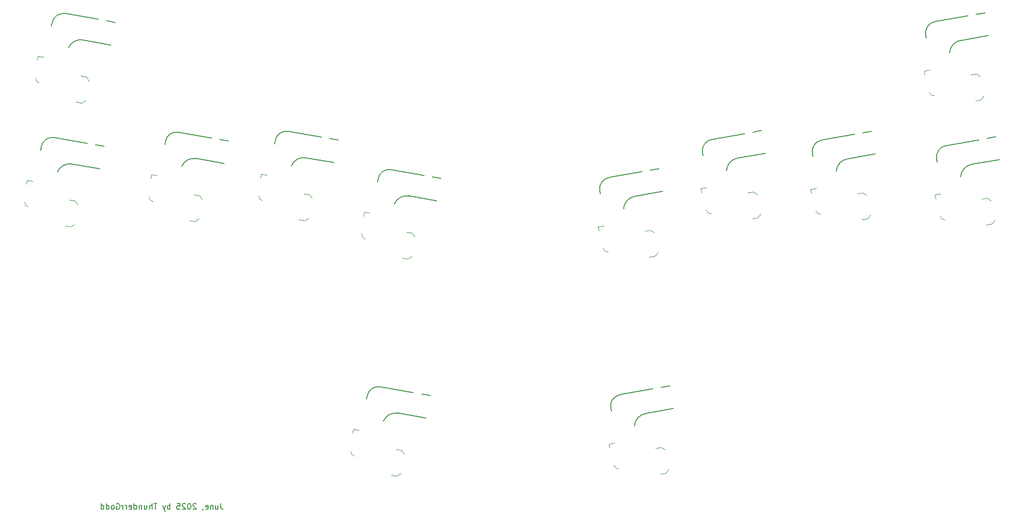
<source format=gbo>
G04 #@! TF.GenerationSoftware,KiCad,Pcbnew,9.0.2-rc1*
G04 #@! TF.CreationDate,2025-07-21T22:58:39+09:00*
G04 #@! TF.ProjectId,MAXCON-zero,4d415843-4f4e-42d7-9a65-726f2e6b6963,rev?*
G04 #@! TF.SameCoordinates,Original*
G04 #@! TF.FileFunction,Legend,Bot*
G04 #@! TF.FilePolarity,Positive*
%FSLAX46Y46*%
G04 Gerber Fmt 4.6, Leading zero omitted, Abs format (unit mm)*
G04 Created by KiCad (PCBNEW 9.0.2-rc1) date 2025-07-21 22:58:39*
%MOMM*%
%LPD*%
G01*
G04 APERTURE LIST*
G04 Aperture macros list*
%AMRoundRect*
0 Rectangle with rounded corners*
0 $1 Rounding radius*
0 $2 $3 $4 $5 $6 $7 $8 $9 X,Y pos of 4 corners*
0 Add a 4 corners polygon primitive as box body*
4,1,4,$2,$3,$4,$5,$6,$7,$8,$9,$2,$3,0*
0 Add four circle primitives for the rounded corners*
1,1,$1+$1,$2,$3*
1,1,$1+$1,$4,$5*
1,1,$1+$1,$6,$7*
1,1,$1+$1,$8,$9*
0 Add four rect primitives between the rounded corners*
20,1,$1+$1,$2,$3,$4,$5,0*
20,1,$1+$1,$4,$5,$6,$7,0*
20,1,$1+$1,$6,$7,$8,$9,0*
20,1,$1+$1,$8,$9,$2,$3,0*%
G04 Aperture macros list end*
%ADD10C,0.150000*%
%ADD11C,0.120000*%
%ADD12C,1.700000*%
%ADD13C,1.750000*%
%ADD14C,3.000000*%
%ADD15C,5.060000*%
%ADD16RoundRect,0.260000X1.229414X0.839265X-0.868226X1.209135X-1.229414X-0.839265X0.868226X-1.209135X0*%
%ADD17RoundRect,0.250000X1.183076X0.806818X-0.835780X1.162797X-1.183076X-0.806818X0.835780X-1.162797X0*%
%ADD18C,2.000000*%
%ADD19C,3.500000*%
%ADD20R,2.000000X1.600000*%
%ADD21R,1.600000X2.000000*%
%ADD22RoundRect,0.260000X0.868226X1.209135X-1.229414X0.839265X-0.868226X-1.209135X1.229414X-0.839265X0*%
%ADD23RoundRect,0.250000X0.835780X1.162797X-1.183076X0.806818X-0.835780X-1.162797X1.183076X-0.806818X0*%
G04 APERTURE END LIST*
D10*
X81085235Y-138163616D02*
X81085235Y-138877901D01*
X81085235Y-138877901D02*
X81132854Y-139020758D01*
X81132854Y-139020758D02*
X81228092Y-139115997D01*
X81228092Y-139115997D02*
X81370949Y-139163616D01*
X81370949Y-139163616D02*
X81466187Y-139163616D01*
X80180473Y-138496949D02*
X80180473Y-139163616D01*
X80609044Y-138496949D02*
X80609044Y-139020758D01*
X80609044Y-139020758D02*
X80561425Y-139115997D01*
X80561425Y-139115997D02*
X80466187Y-139163616D01*
X80466187Y-139163616D02*
X80323330Y-139163616D01*
X80323330Y-139163616D02*
X80228092Y-139115997D01*
X80228092Y-139115997D02*
X80180473Y-139068377D01*
X79704282Y-138496949D02*
X79704282Y-139163616D01*
X79704282Y-138592187D02*
X79656663Y-138544568D01*
X79656663Y-138544568D02*
X79561425Y-138496949D01*
X79561425Y-138496949D02*
X79418568Y-138496949D01*
X79418568Y-138496949D02*
X79323330Y-138544568D01*
X79323330Y-138544568D02*
X79275711Y-138639806D01*
X79275711Y-138639806D02*
X79275711Y-139163616D01*
X78418568Y-139115997D02*
X78513806Y-139163616D01*
X78513806Y-139163616D02*
X78704282Y-139163616D01*
X78704282Y-139163616D02*
X78799520Y-139115997D01*
X78799520Y-139115997D02*
X78847139Y-139020758D01*
X78847139Y-139020758D02*
X78847139Y-138639806D01*
X78847139Y-138639806D02*
X78799520Y-138544568D01*
X78799520Y-138544568D02*
X78704282Y-138496949D01*
X78704282Y-138496949D02*
X78513806Y-138496949D01*
X78513806Y-138496949D02*
X78418568Y-138544568D01*
X78418568Y-138544568D02*
X78370949Y-138639806D01*
X78370949Y-138639806D02*
X78370949Y-138735044D01*
X78370949Y-138735044D02*
X78847139Y-138830282D01*
X77894758Y-139115997D02*
X77894758Y-139163616D01*
X77894758Y-139163616D02*
X77942377Y-139258854D01*
X77942377Y-139258854D02*
X77989996Y-139306473D01*
X76751901Y-138258854D02*
X76704282Y-138211235D01*
X76704282Y-138211235D02*
X76609044Y-138163616D01*
X76609044Y-138163616D02*
X76370949Y-138163616D01*
X76370949Y-138163616D02*
X76275711Y-138211235D01*
X76275711Y-138211235D02*
X76228092Y-138258854D01*
X76228092Y-138258854D02*
X76180473Y-138354092D01*
X76180473Y-138354092D02*
X76180473Y-138449330D01*
X76180473Y-138449330D02*
X76228092Y-138592187D01*
X76228092Y-138592187D02*
X76799520Y-139163616D01*
X76799520Y-139163616D02*
X76180473Y-139163616D01*
X75561425Y-138163616D02*
X75466187Y-138163616D01*
X75466187Y-138163616D02*
X75370949Y-138211235D01*
X75370949Y-138211235D02*
X75323330Y-138258854D01*
X75323330Y-138258854D02*
X75275711Y-138354092D01*
X75275711Y-138354092D02*
X75228092Y-138544568D01*
X75228092Y-138544568D02*
X75228092Y-138782663D01*
X75228092Y-138782663D02*
X75275711Y-138973139D01*
X75275711Y-138973139D02*
X75323330Y-139068377D01*
X75323330Y-139068377D02*
X75370949Y-139115997D01*
X75370949Y-139115997D02*
X75466187Y-139163616D01*
X75466187Y-139163616D02*
X75561425Y-139163616D01*
X75561425Y-139163616D02*
X75656663Y-139115997D01*
X75656663Y-139115997D02*
X75704282Y-139068377D01*
X75704282Y-139068377D02*
X75751901Y-138973139D01*
X75751901Y-138973139D02*
X75799520Y-138782663D01*
X75799520Y-138782663D02*
X75799520Y-138544568D01*
X75799520Y-138544568D02*
X75751901Y-138354092D01*
X75751901Y-138354092D02*
X75704282Y-138258854D01*
X75704282Y-138258854D02*
X75656663Y-138211235D01*
X75656663Y-138211235D02*
X75561425Y-138163616D01*
X74847139Y-138258854D02*
X74799520Y-138211235D01*
X74799520Y-138211235D02*
X74704282Y-138163616D01*
X74704282Y-138163616D02*
X74466187Y-138163616D01*
X74466187Y-138163616D02*
X74370949Y-138211235D01*
X74370949Y-138211235D02*
X74323330Y-138258854D01*
X74323330Y-138258854D02*
X74275711Y-138354092D01*
X74275711Y-138354092D02*
X74275711Y-138449330D01*
X74275711Y-138449330D02*
X74323330Y-138592187D01*
X74323330Y-138592187D02*
X74894758Y-139163616D01*
X74894758Y-139163616D02*
X74275711Y-139163616D01*
X73370949Y-138163616D02*
X73847139Y-138163616D01*
X73847139Y-138163616D02*
X73894758Y-138639806D01*
X73894758Y-138639806D02*
X73847139Y-138592187D01*
X73847139Y-138592187D02*
X73751901Y-138544568D01*
X73751901Y-138544568D02*
X73513806Y-138544568D01*
X73513806Y-138544568D02*
X73418568Y-138592187D01*
X73418568Y-138592187D02*
X73370949Y-138639806D01*
X73370949Y-138639806D02*
X73323330Y-138735044D01*
X73323330Y-138735044D02*
X73323330Y-138973139D01*
X73323330Y-138973139D02*
X73370949Y-139068377D01*
X73370949Y-139068377D02*
X73418568Y-139115997D01*
X73418568Y-139115997D02*
X73513806Y-139163616D01*
X73513806Y-139163616D02*
X73751901Y-139163616D01*
X73751901Y-139163616D02*
X73847139Y-139115997D01*
X73847139Y-139115997D02*
X73894758Y-139068377D01*
X72132853Y-139163616D02*
X72132853Y-138163616D01*
X72132853Y-138544568D02*
X72037615Y-138496949D01*
X72037615Y-138496949D02*
X71847139Y-138496949D01*
X71847139Y-138496949D02*
X71751901Y-138544568D01*
X71751901Y-138544568D02*
X71704282Y-138592187D01*
X71704282Y-138592187D02*
X71656663Y-138687425D01*
X71656663Y-138687425D02*
X71656663Y-138973139D01*
X71656663Y-138973139D02*
X71704282Y-139068377D01*
X71704282Y-139068377D02*
X71751901Y-139115997D01*
X71751901Y-139115997D02*
X71847139Y-139163616D01*
X71847139Y-139163616D02*
X72037615Y-139163616D01*
X72037615Y-139163616D02*
X72132853Y-139115997D01*
X71323329Y-138496949D02*
X71085234Y-139163616D01*
X70847139Y-138496949D02*
X71085234Y-139163616D01*
X71085234Y-139163616D02*
X71180472Y-139401711D01*
X71180472Y-139401711D02*
X71228091Y-139449330D01*
X71228091Y-139449330D02*
X71323329Y-139496949D01*
X69847138Y-138163616D02*
X69275710Y-138163616D01*
X69561424Y-139163616D02*
X69561424Y-138163616D01*
X68942376Y-139163616D02*
X68942376Y-138163616D01*
X68513805Y-139163616D02*
X68513805Y-138639806D01*
X68513805Y-138639806D02*
X68561424Y-138544568D01*
X68561424Y-138544568D02*
X68656662Y-138496949D01*
X68656662Y-138496949D02*
X68799519Y-138496949D01*
X68799519Y-138496949D02*
X68894757Y-138544568D01*
X68894757Y-138544568D02*
X68942376Y-138592187D01*
X67609043Y-138496949D02*
X67609043Y-139163616D01*
X68037614Y-138496949D02*
X68037614Y-139020758D01*
X68037614Y-139020758D02*
X67989995Y-139115997D01*
X67989995Y-139115997D02*
X67894757Y-139163616D01*
X67894757Y-139163616D02*
X67751900Y-139163616D01*
X67751900Y-139163616D02*
X67656662Y-139115997D01*
X67656662Y-139115997D02*
X67609043Y-139068377D01*
X67132852Y-138496949D02*
X67132852Y-139163616D01*
X67132852Y-138592187D02*
X67085233Y-138544568D01*
X67085233Y-138544568D02*
X66989995Y-138496949D01*
X66989995Y-138496949D02*
X66847138Y-138496949D01*
X66847138Y-138496949D02*
X66751900Y-138544568D01*
X66751900Y-138544568D02*
X66704281Y-138639806D01*
X66704281Y-138639806D02*
X66704281Y-139163616D01*
X65799519Y-139163616D02*
X65799519Y-138163616D01*
X65799519Y-139115997D02*
X65894757Y-139163616D01*
X65894757Y-139163616D02*
X66085233Y-139163616D01*
X66085233Y-139163616D02*
X66180471Y-139115997D01*
X66180471Y-139115997D02*
X66228090Y-139068377D01*
X66228090Y-139068377D02*
X66275709Y-138973139D01*
X66275709Y-138973139D02*
X66275709Y-138687425D01*
X66275709Y-138687425D02*
X66228090Y-138592187D01*
X66228090Y-138592187D02*
X66180471Y-138544568D01*
X66180471Y-138544568D02*
X66085233Y-138496949D01*
X66085233Y-138496949D02*
X65894757Y-138496949D01*
X65894757Y-138496949D02*
X65799519Y-138544568D01*
X64942376Y-139115997D02*
X65037614Y-139163616D01*
X65037614Y-139163616D02*
X65228090Y-139163616D01*
X65228090Y-139163616D02*
X65323328Y-139115997D01*
X65323328Y-139115997D02*
X65370947Y-139020758D01*
X65370947Y-139020758D02*
X65370947Y-138639806D01*
X65370947Y-138639806D02*
X65323328Y-138544568D01*
X65323328Y-138544568D02*
X65228090Y-138496949D01*
X65228090Y-138496949D02*
X65037614Y-138496949D01*
X65037614Y-138496949D02*
X64942376Y-138544568D01*
X64942376Y-138544568D02*
X64894757Y-138639806D01*
X64894757Y-138639806D02*
X64894757Y-138735044D01*
X64894757Y-138735044D02*
X65370947Y-138830282D01*
X64466185Y-139163616D02*
X64466185Y-138496949D01*
X64466185Y-138687425D02*
X64418566Y-138592187D01*
X64418566Y-138592187D02*
X64370947Y-138544568D01*
X64370947Y-138544568D02*
X64275709Y-138496949D01*
X64275709Y-138496949D02*
X64180471Y-138496949D01*
X63847137Y-139163616D02*
X63847137Y-138496949D01*
X63847137Y-138687425D02*
X63799518Y-138592187D01*
X63799518Y-138592187D02*
X63751899Y-138544568D01*
X63751899Y-138544568D02*
X63656661Y-138496949D01*
X63656661Y-138496949D02*
X63561423Y-138496949D01*
X62704280Y-138211235D02*
X62799518Y-138163616D01*
X62799518Y-138163616D02*
X62942375Y-138163616D01*
X62942375Y-138163616D02*
X63085232Y-138211235D01*
X63085232Y-138211235D02*
X63180470Y-138306473D01*
X63180470Y-138306473D02*
X63228089Y-138401711D01*
X63228089Y-138401711D02*
X63275708Y-138592187D01*
X63275708Y-138592187D02*
X63275708Y-138735044D01*
X63275708Y-138735044D02*
X63228089Y-138925520D01*
X63228089Y-138925520D02*
X63180470Y-139020758D01*
X63180470Y-139020758D02*
X63085232Y-139115997D01*
X63085232Y-139115997D02*
X62942375Y-139163616D01*
X62942375Y-139163616D02*
X62847137Y-139163616D01*
X62847137Y-139163616D02*
X62704280Y-139115997D01*
X62704280Y-139115997D02*
X62656661Y-139068377D01*
X62656661Y-139068377D02*
X62656661Y-138735044D01*
X62656661Y-138735044D02*
X62847137Y-138735044D01*
X62085232Y-139163616D02*
X62180470Y-139115997D01*
X62180470Y-139115997D02*
X62228089Y-139068377D01*
X62228089Y-139068377D02*
X62275708Y-138973139D01*
X62275708Y-138973139D02*
X62275708Y-138687425D01*
X62275708Y-138687425D02*
X62228089Y-138592187D01*
X62228089Y-138592187D02*
X62180470Y-138544568D01*
X62180470Y-138544568D02*
X62085232Y-138496949D01*
X62085232Y-138496949D02*
X61942375Y-138496949D01*
X61942375Y-138496949D02*
X61847137Y-138544568D01*
X61847137Y-138544568D02*
X61799518Y-138592187D01*
X61799518Y-138592187D02*
X61751899Y-138687425D01*
X61751899Y-138687425D02*
X61751899Y-138973139D01*
X61751899Y-138973139D02*
X61799518Y-139068377D01*
X61799518Y-139068377D02*
X61847137Y-139115997D01*
X61847137Y-139115997D02*
X61942375Y-139163616D01*
X61942375Y-139163616D02*
X62085232Y-139163616D01*
X60894756Y-139163616D02*
X60894756Y-138163616D01*
X60894756Y-139115997D02*
X60989994Y-139163616D01*
X60989994Y-139163616D02*
X61180470Y-139163616D01*
X61180470Y-139163616D02*
X61275708Y-139115997D01*
X61275708Y-139115997D02*
X61323327Y-139068377D01*
X61323327Y-139068377D02*
X61370946Y-138973139D01*
X61370946Y-138973139D02*
X61370946Y-138687425D01*
X61370946Y-138687425D02*
X61323327Y-138592187D01*
X61323327Y-138592187D02*
X61275708Y-138544568D01*
X61275708Y-138544568D02*
X61180470Y-138496949D01*
X61180470Y-138496949D02*
X60989994Y-138496949D01*
X60989994Y-138496949D02*
X60894756Y-138544568D01*
X59989994Y-139163616D02*
X59989994Y-138163616D01*
X59989994Y-139115997D02*
X60085232Y-139163616D01*
X60085232Y-139163616D02*
X60275708Y-139163616D01*
X60275708Y-139163616D02*
X60370946Y-139115997D01*
X60370946Y-139115997D02*
X60418565Y-139068377D01*
X60418565Y-139068377D02*
X60466184Y-138973139D01*
X60466184Y-138973139D02*
X60466184Y-138687425D01*
X60466184Y-138687425D02*
X60418565Y-138592187D01*
X60418565Y-138592187D02*
X60370946Y-138544568D01*
X60370946Y-138544568D02*
X60275708Y-138496949D01*
X60275708Y-138496949D02*
X60085232Y-138496949D01*
X60085232Y-138496949D02*
X59989994Y-138544568D01*
D11*
G04 #@! TO.C,GP15*
X48848263Y-59139536D02*
X48726707Y-59828901D01*
X48848263Y-59139536D02*
X49833068Y-59313184D01*
D10*
X51230983Y-53797128D02*
X51326528Y-53255267D01*
X53643439Y-51632948D02*
X59453805Y-52657472D01*
D11*
X56534662Y-67399756D02*
X55549854Y-67226108D01*
X57225394Y-66937681D02*
X56534662Y-67399756D01*
X57342126Y-62820400D02*
X56357318Y-62646752D01*
X57342126Y-62820400D02*
X57805706Y-63505816D01*
D10*
X60931017Y-52917944D02*
X62457469Y-53187099D01*
X61690316Y-57164530D02*
X56569316Y-56261560D01*
D11*
X49078784Y-63901917D02*
G75*
G02*
X48429857Y-62975152I138920J787847D01*
G01*
D10*
X51326528Y-53255267D02*
G75*
G02*
X53643439Y-51632948I1969628J-347315D01*
G01*
X54187337Y-57709714D02*
G75*
G02*
X56766316Y-56296073I2170169J-899849D01*
G01*
D11*
G04 #@! TO.C,GP7*
X165791636Y-82543644D02*
X165913187Y-83233010D01*
X165791636Y-82543644D02*
X166776441Y-82369996D01*
D10*
X166203449Y-76708484D02*
X166107904Y-76166623D01*
X167730224Y-73849711D02*
X173540589Y-72825187D01*
X175017801Y-72564715D02*
X176544253Y-72295560D01*
D11*
X175032186Y-83097453D02*
X174047379Y-83271101D01*
X175032186Y-83097453D02*
X175702235Y-83582979D01*
X175839650Y-87676809D02*
X174854843Y-87850457D01*
X176330687Y-87006356D02*
X175839650Y-87676809D01*
D10*
X177183727Y-76295505D02*
X172062727Y-77198475D01*
X166107904Y-76166623D02*
G75*
G02*
X167730224Y-73849711I1969634J347283D01*
G01*
D11*
X167637085Y-86939975D02*
G75*
G02*
X166710320Y-86291048I-138918J787847D01*
G01*
D10*
X170319697Y-79373980D02*
G75*
G02*
X172259650Y-77163530I2347058J-103340D01*
G01*
D11*
G04 #@! TO.C,GP13*
X68852785Y-80076362D02*
X68731229Y-80765727D01*
X68852785Y-80076362D02*
X69837590Y-80250010D01*
D10*
X71235505Y-74733954D02*
X71331050Y-74192093D01*
X73647961Y-72569774D02*
X79458327Y-73594298D01*
D11*
X76539184Y-88336582D02*
X75554376Y-88162934D01*
X77229916Y-87874507D02*
X76539184Y-88336582D01*
X77346648Y-83757226D02*
X76361840Y-83583578D01*
X77346648Y-83757226D02*
X77810228Y-84442642D01*
D10*
X80935539Y-73854770D02*
X82461991Y-74123925D01*
X81694838Y-78101356D02*
X76573838Y-77198386D01*
D11*
X69083306Y-84838743D02*
G75*
G02*
X68434379Y-83911978I138920J787847D01*
G01*
D10*
X71331050Y-74192093D02*
G75*
G02*
X73647961Y-72569774I1969628J-347315D01*
G01*
X74191859Y-78646540D02*
G75*
G02*
X76770838Y-77232899I2170169J-899849D01*
G01*
D11*
G04 #@! TO.C,GP9*
X149564665Y-127646644D02*
X149686216Y-128336010D01*
X149564665Y-127646644D02*
X150549470Y-127472996D01*
D10*
X149976478Y-121811484D02*
X149880933Y-121269623D01*
X151503253Y-118952711D02*
X157313618Y-117928187D01*
X158790830Y-117667715D02*
X160317282Y-117398560D01*
D11*
X158805215Y-128200453D02*
X157820408Y-128374101D01*
X158805215Y-128200453D02*
X159475264Y-128685979D01*
X159612679Y-132779809D02*
X158627872Y-132953457D01*
X160103716Y-132109356D02*
X159612679Y-132779809D01*
D10*
X160956756Y-121398505D02*
X155835756Y-122301475D01*
X149880933Y-121269623D02*
G75*
G02*
X151503253Y-118952711I1969634J347283D01*
G01*
D11*
X151410114Y-132042975D02*
G75*
G02*
X150483349Y-131394048I-138918J787847D01*
G01*
D10*
X154092726Y-124476980D02*
G75*
G02*
X156032679Y-122266530I2347058J-103340D01*
G01*
D11*
G04 #@! TO.C,GP10*
X104448111Y-125040533D02*
X104326555Y-125729898D01*
X104448111Y-125040533D02*
X105432916Y-125214181D01*
D10*
X106830831Y-119698125D02*
X106926376Y-119156264D01*
X109243287Y-117533945D02*
X115053653Y-118558469D01*
D11*
X112134510Y-133300753D02*
X111149702Y-133127105D01*
X112825242Y-132838678D02*
X112134510Y-133300753D01*
X112941974Y-128721397D02*
X111957166Y-128547749D01*
X112941974Y-128721397D02*
X113405554Y-129406813D01*
D10*
X116530865Y-118818941D02*
X118057317Y-119088096D01*
X117290164Y-123065527D02*
X112169164Y-122162557D01*
D11*
X104678632Y-129802914D02*
G75*
G02*
X104029705Y-128876149I138920J787847D01*
G01*
D10*
X106926376Y-119156264D02*
G75*
G02*
X109243287Y-117533945I1969628J-347315D01*
G01*
X109787185Y-123610711D02*
G75*
G02*
X112366164Y-122197070I2170169J-899849D01*
G01*
D11*
G04 #@! TO.C,GP5*
X207092653Y-83651123D02*
X207214204Y-84340489D01*
X207092653Y-83651123D02*
X208077458Y-83477475D01*
D10*
X207504466Y-77815963D02*
X207408921Y-77274102D01*
X209031241Y-74957190D02*
X214841606Y-73932666D01*
X216318818Y-73672194D02*
X217845270Y-73403039D01*
D11*
X216333203Y-84204932D02*
X215348396Y-84378580D01*
X216333203Y-84204932D02*
X217003252Y-84690458D01*
X217140667Y-88784288D02*
X216155860Y-88957936D01*
X217631704Y-88113835D02*
X217140667Y-88784288D01*
D10*
X218484744Y-77402984D02*
X213363744Y-78305954D01*
X207408921Y-77274102D02*
G75*
G02*
X209031241Y-74957190I1969634J347283D01*
G01*
D11*
X208938102Y-88047454D02*
G75*
G02*
X208011337Y-87398527I-138918J787847D01*
G01*
D10*
X211620714Y-80481459D02*
G75*
G02*
X213560667Y-78271009I2347058J-103340D01*
G01*
D11*
G04 #@! TO.C,GP8*
X147638817Y-89298469D02*
X147760368Y-89987835D01*
X147638817Y-89298469D02*
X148623622Y-89124821D01*
D10*
X148050630Y-83463309D02*
X147955085Y-82921448D01*
X149577405Y-80604536D02*
X155387770Y-79580012D01*
X156864982Y-79319540D02*
X158391434Y-79050385D01*
D11*
X156879367Y-89852278D02*
X155894560Y-90025926D01*
X156879367Y-89852278D02*
X157549416Y-90337804D01*
X157686831Y-94431634D02*
X156702024Y-94605282D01*
X158177868Y-93761181D02*
X157686831Y-94431634D01*
D10*
X159030908Y-83050330D02*
X153909908Y-83953300D01*
X147955085Y-82921448D02*
G75*
G02*
X149577405Y-80604536I1969634J347283D01*
G01*
D11*
X149484266Y-93694800D02*
G75*
G02*
X148557501Y-93045873I-138918J787847D01*
G01*
D10*
X152166878Y-86128805D02*
G75*
G02*
X154106831Y-83918355I2347058J-103340D01*
G01*
D11*
G04 #@! TO.C,GP12*
X88221141Y-79937533D02*
X88099585Y-80626898D01*
X88221141Y-79937533D02*
X89205946Y-80111181D01*
D10*
X90603861Y-74595125D02*
X90699406Y-74053264D01*
X93016317Y-72430945D02*
X98826683Y-73455469D01*
D11*
X95907540Y-88197753D02*
X94922732Y-88024105D01*
X96598272Y-87735678D02*
X95907540Y-88197753D01*
X96715004Y-83618397D02*
X95730196Y-83444749D01*
X96715004Y-83618397D02*
X97178584Y-84303813D01*
D10*
X100303895Y-73715941D02*
X101830347Y-73985096D01*
X101063194Y-77962527D02*
X95942194Y-77059557D01*
D11*
X88451662Y-84699914D02*
G75*
G02*
X87802735Y-83773149I138920J787847D01*
G01*
D10*
X90699406Y-74053264D02*
G75*
G02*
X93016317Y-72430945I1969628J-347315D01*
G01*
X93560215Y-78507711D02*
G75*
G02*
X96139194Y-77094070I2170169J-899849D01*
G01*
D11*
G04 #@! TO.C,GP14*
X46920124Y-81045012D02*
X46798568Y-81734377D01*
X46920124Y-81045012D02*
X47904929Y-81218660D01*
D10*
X49302844Y-75702604D02*
X49398389Y-75160743D01*
X51715300Y-73538424D02*
X57525666Y-74562948D01*
D11*
X54606523Y-89305232D02*
X53621715Y-89131584D01*
X55297255Y-88843157D02*
X54606523Y-89305232D01*
X55413987Y-84725876D02*
X54429179Y-84552228D01*
X55413987Y-84725876D02*
X55877567Y-85411292D01*
D10*
X59002878Y-74823420D02*
X60529330Y-75092575D01*
X59762177Y-79070006D02*
X54641177Y-78167036D01*
D11*
X47150645Y-85807393D02*
G75*
G02*
X46501718Y-84880628I138920J787847D01*
G01*
D10*
X49398389Y-75160743D02*
G75*
G02*
X51715300Y-73538424I1969628J-347315D01*
G01*
X52259198Y-79615190D02*
G75*
G02*
X54838177Y-78201549I2170169J-899849D01*
G01*
D11*
G04 #@! TO.C,GP11*
X106373960Y-86692358D02*
X106252404Y-87381723D01*
X106373960Y-86692358D02*
X107358765Y-86866006D01*
D10*
X108756680Y-81349950D02*
X108852225Y-80808089D01*
X111169136Y-79185770D02*
X116979502Y-80210294D01*
D11*
X114060359Y-94952578D02*
X113075551Y-94778930D01*
X114751091Y-94490503D02*
X114060359Y-94952578D01*
X114867823Y-90373222D02*
X113883015Y-90199574D01*
X114867823Y-90373222D02*
X115331403Y-91058638D01*
D10*
X118456714Y-80470766D02*
X119983166Y-80739921D01*
X119216013Y-84717352D02*
X114095013Y-83814382D01*
D11*
X106604481Y-91454739D02*
G75*
G02*
X105955554Y-90527974I138920J787847D01*
G01*
D10*
X108852225Y-80808089D02*
G75*
G02*
X111169136Y-79185770I1969628J-347315D01*
G01*
X111713034Y-85262536D02*
G75*
G02*
X114292013Y-83848895I2170169J-899849D01*
G01*
D11*
G04 #@! TO.C,GP4*
X205164514Y-61745647D02*
X205286065Y-62435013D01*
X205164514Y-61745647D02*
X206149319Y-61571999D01*
D10*
X205576327Y-55910487D02*
X205480782Y-55368626D01*
X207103102Y-53051714D02*
X212913467Y-52027190D01*
X214390679Y-51766718D02*
X215917131Y-51497563D01*
D11*
X214405064Y-62299456D02*
X213420257Y-62473104D01*
X214405064Y-62299456D02*
X215075113Y-62784982D01*
X215212528Y-66878812D02*
X214227721Y-67052460D01*
X215703565Y-66208359D02*
X215212528Y-66878812D01*
D10*
X216556605Y-55497508D02*
X211435605Y-56400478D01*
X205480782Y-55368626D02*
G75*
G02*
X207103102Y-53051714I1969634J347283D01*
G01*
D11*
X207009963Y-66141978D02*
G75*
G02*
X206083198Y-65493051I-138918J787847D01*
G01*
D10*
X209692575Y-58575983D02*
G75*
G02*
X211632528Y-56365533I2347058J-103340D01*
G01*
D11*
G04 #@! TO.C,GP6*
X185159992Y-82682473D02*
X185281543Y-83371839D01*
X185159992Y-82682473D02*
X186144797Y-82508825D01*
D10*
X185571805Y-76847313D02*
X185476260Y-76305452D01*
X187098580Y-73988540D02*
X192908945Y-72964016D01*
X194386157Y-72703544D02*
X195912609Y-72434389D01*
D11*
X194400542Y-83236282D02*
X193415735Y-83409930D01*
X194400542Y-83236282D02*
X195070591Y-83721808D01*
X195208006Y-87815638D02*
X194223199Y-87989286D01*
X195699043Y-87145185D02*
X195208006Y-87815638D01*
D10*
X196552083Y-76434334D02*
X191431083Y-77337304D01*
X185476260Y-76305452D02*
G75*
G02*
X187098580Y-73988540I1969634J347283D01*
G01*
D11*
X187005441Y-87078804D02*
G75*
G02*
X186078676Y-86429877I-138918J787847D01*
G01*
D10*
X189688053Y-79512809D02*
G75*
G02*
X191628006Y-77302359I2347058J-103340D01*
G01*
G04 #@! TD*
%LPC*%
D12*
G04 #@! TO.C,GP15*
X51077946Y-58034935D03*
D13*
X51491566Y-58107867D03*
D14*
X50919170Y-61814788D03*
X53183338Y-55826989D03*
D15*
X56494389Y-58990000D03*
D14*
X55461182Y-64849606D03*
X59877933Y-54428243D03*
D13*
X61497212Y-59872133D03*
D12*
X61910832Y-59945065D03*
D16*
X47723468Y-61251300D03*
D17*
X49687270Y-55210538D03*
D16*
X58656884Y-65413092D03*
D17*
X63374001Y-55044694D03*
G04 #@! TD*
D18*
G04 #@! TO.C,GP27*
X86270086Y-43792822D03*
X79770086Y-43792822D03*
X86270086Y-39292822D03*
X79770086Y-39292822D03*
G04 #@! TD*
D19*
G04 #@! TO.C,H2*
X226999529Y-39340997D03*
G04 #@! TD*
G04 #@! TO.C,H4*
X134298529Y-88115997D03*
G04 #@! TD*
D18*
G04 #@! TO.C,GP29*
X110270086Y-43792822D03*
X103770086Y-43792822D03*
X110270086Y-39292822D03*
X103770086Y-39292822D03*
G04 #@! TD*
D20*
G04 #@! TO.C,RZ1*
X143336529Y-35999797D03*
X143336529Y-38539797D03*
X143336529Y-41079797D03*
X143336529Y-43619797D03*
X143336529Y-46159797D03*
X143336529Y-48699797D03*
X143336529Y-51239797D03*
X143336529Y-53779797D03*
X143336529Y-56319797D03*
D21*
X139416529Y-57909797D03*
X136876529Y-57909797D03*
X134336529Y-57909797D03*
X131796529Y-57909797D03*
X129256529Y-57909797D03*
D20*
X125336529Y-56131797D03*
X125336529Y-53779797D03*
X125336529Y-51239797D03*
X125336529Y-48699797D03*
X125336529Y-46159797D03*
X125336529Y-43619797D03*
X125336529Y-41079797D03*
X125336529Y-38539797D03*
X125336529Y-35999797D03*
G04 #@! TD*
D12*
G04 #@! TO.C,GP7*
X167509057Y-80743062D03*
D13*
X167922677Y-80670130D03*
D14*
X168652642Y-84349267D03*
X168732316Y-77948185D03*
D15*
X172925500Y-79787997D03*
D14*
X173958707Y-85647603D03*
X174544779Y-74344107D03*
D13*
X177928323Y-78905864D03*
D12*
X178341943Y-78832932D03*
D22*
X165456941Y-84912755D03*
D23*
X165236249Y-78564636D03*
D22*
X177154407Y-85084112D03*
D23*
X178040846Y-73727656D03*
G04 #@! TD*
D19*
G04 #@! TO.C,H3*
X41673529Y-136890997D03*
G04 #@! TD*
D18*
G04 #@! TO.C,GP1*
X177022681Y-43792822D03*
X170522681Y-43792822D03*
X177022681Y-39292822D03*
X170522681Y-39292822D03*
G04 #@! TD*
D12*
G04 #@! TO.C,GP13*
X71082468Y-78971761D03*
D13*
X71496088Y-79044693D03*
D14*
X70923692Y-82751614D03*
X73187860Y-76763815D03*
D15*
X76498911Y-79926826D03*
D14*
X75465704Y-85786432D03*
X79882455Y-75365069D03*
D13*
X81501734Y-80808959D03*
D12*
X81915354Y-80881891D03*
D16*
X67727990Y-82188126D03*
D17*
X69691792Y-76147364D03*
D16*
X78661406Y-86349918D03*
D17*
X83378523Y-75981520D03*
G04 #@! TD*
D12*
G04 #@! TO.C,GP9*
X151282086Y-125846062D03*
D13*
X151695706Y-125773130D03*
D14*
X152425671Y-129452267D03*
X152505345Y-123051185D03*
D15*
X156698529Y-124890997D03*
D14*
X157731736Y-130750603D03*
X158317808Y-119447107D03*
D13*
X161701352Y-124008864D03*
D12*
X162114972Y-123935932D03*
D22*
X149229970Y-130015755D03*
D23*
X149009278Y-123667636D03*
D22*
X160927436Y-130187112D03*
D23*
X161813875Y-118830656D03*
G04 #@! TD*
D19*
G04 #@! TO.C,H4*
X226923529Y-136890997D03*
G04 #@! TD*
G04 #@! TO.C,H4*
X134298529Y-136890997D03*
G04 #@! TD*
D18*
G04 #@! TO.C,GP2*
X189022681Y-43792822D03*
X182522681Y-43792822D03*
X189022681Y-39292822D03*
X182522681Y-39292822D03*
G04 #@! TD*
D12*
G04 #@! TO.C,GP10*
X106677794Y-123935932D03*
D13*
X107091414Y-124008864D03*
D14*
X106519018Y-127715785D03*
X108783186Y-121727986D03*
D15*
X112094237Y-124890997D03*
D14*
X111061030Y-130750603D03*
X115477781Y-120329240D03*
D13*
X117097060Y-125773130D03*
D12*
X117510680Y-125846062D03*
D16*
X103323316Y-127152297D03*
D17*
X105287118Y-121111535D03*
D16*
X114256732Y-131314089D03*
D17*
X118973849Y-120945691D03*
G04 #@! TD*
D12*
G04 #@! TO.C,GP5*
X208810074Y-81850541D03*
D13*
X209223694Y-81777609D03*
D14*
X209953659Y-85456746D03*
X210033333Y-79055664D03*
D15*
X214226517Y-80895476D03*
D14*
X215259724Y-86755082D03*
X215845796Y-75451586D03*
D13*
X219229340Y-80013343D03*
D12*
X219642960Y-79940411D03*
D22*
X206757958Y-86020234D03*
D23*
X206537266Y-79672115D03*
D22*
X218455424Y-86191591D03*
D23*
X219341863Y-74835135D03*
G04 #@! TD*
D12*
G04 #@! TO.C,GP8*
X149356238Y-87497887D03*
D13*
X149769858Y-87424955D03*
D14*
X150499823Y-91104092D03*
X150579497Y-84703010D03*
D15*
X154772681Y-86542822D03*
D14*
X155805888Y-92402428D03*
X156391960Y-81098932D03*
D13*
X159775504Y-85660689D03*
D12*
X160189124Y-85587757D03*
D22*
X147304122Y-91667580D03*
D23*
X147083430Y-85319461D03*
D22*
X159001588Y-91838937D03*
D23*
X159888027Y-80482481D03*
G04 #@! TD*
D18*
G04 #@! TO.C,GP3*
X201045530Y-43792822D03*
X194545530Y-43792822D03*
X201045530Y-39292821D03*
X194545529Y-39292822D03*
G04 #@! TD*
D12*
G04 #@! TO.C,GP12*
X90450824Y-78832932D03*
D13*
X90864444Y-78905864D03*
D14*
X90292048Y-82612785D03*
X92556216Y-76624986D03*
D15*
X95867267Y-79787997D03*
D14*
X94834060Y-85647603D03*
X99250811Y-75226240D03*
D13*
X100870090Y-80670130D03*
D12*
X101283710Y-80743062D03*
D16*
X87096346Y-82049297D03*
D17*
X89060148Y-76008535D03*
D16*
X98029762Y-86211089D03*
D17*
X102746879Y-75842691D03*
G04 #@! TD*
D12*
G04 #@! TO.C,GP14*
X49149807Y-79940411D03*
D13*
X49563427Y-80013343D03*
D14*
X48991031Y-83720264D03*
X51255199Y-77732465D03*
D15*
X54566250Y-80895476D03*
D14*
X53533043Y-86755082D03*
X57949794Y-76333719D03*
D13*
X59569073Y-81777609D03*
D12*
X59982693Y-81850541D03*
D16*
X45795329Y-83156776D03*
D17*
X47759131Y-77116014D03*
D16*
X56728745Y-87318568D03*
D17*
X61445862Y-76950170D03*
G04 #@! TD*
D12*
G04 #@! TO.C,GP11*
X108603643Y-85587757D03*
D13*
X109017263Y-85660689D03*
D14*
X108444867Y-89367610D03*
X110709035Y-83379811D03*
D15*
X114020086Y-86542822D03*
D14*
X112986879Y-92402428D03*
X117403630Y-81981065D03*
D13*
X119022909Y-87424955D03*
D12*
X119436529Y-87497887D03*
D16*
X105249165Y-88804122D03*
D17*
X107212967Y-82763360D03*
D16*
X116182581Y-92965914D03*
D17*
X120899698Y-82597516D03*
G04 #@! TD*
D18*
G04 #@! TO.C,GP0*
X165022681Y-43792822D03*
X158522681Y-43792822D03*
X165022681Y-39292822D03*
X158522681Y-39292822D03*
G04 #@! TD*
G04 #@! TO.C,GP28*
X98270086Y-43792822D03*
X91770086Y-43792822D03*
X98270086Y-39292822D03*
X91770086Y-39292822D03*
G04 #@! TD*
D12*
G04 #@! TO.C,GP4*
X206881935Y-59945065D03*
D13*
X207295555Y-59872133D03*
D14*
X208025520Y-63551270D03*
X208105194Y-57150188D03*
D15*
X212298378Y-58990000D03*
D14*
X213331585Y-64849606D03*
X213917657Y-53546110D03*
D13*
X217301201Y-58107867D03*
D12*
X217714821Y-58034935D03*
D22*
X204829819Y-64114758D03*
D23*
X204609127Y-57766639D03*
D22*
X216527285Y-64286115D03*
D23*
X217413724Y-52929659D03*
G04 #@! TD*
D12*
G04 #@! TO.C,GP6*
X186877413Y-80881891D03*
D13*
X187291033Y-80808959D03*
D14*
X188020998Y-84488096D03*
X188100672Y-78087014D03*
D15*
X192293856Y-79926826D03*
D14*
X193327063Y-85786432D03*
X193913135Y-74482936D03*
D13*
X197296679Y-79044693D03*
D12*
X197710299Y-78971761D03*
D22*
X184825297Y-85051584D03*
D23*
X184604605Y-78703465D03*
D22*
X196522763Y-85222941D03*
D23*
X197409202Y-73866485D03*
G04 #@! TD*
D19*
G04 #@! TO.C,H1*
X41673529Y-39340997D03*
G04 #@! TD*
D18*
G04 #@! TO.C,GP26*
X74270086Y-43792822D03*
X67770086Y-43792822D03*
X74270086Y-39292821D03*
X67770085Y-39292822D03*
G04 #@! TD*
%LPD*%
M02*

</source>
